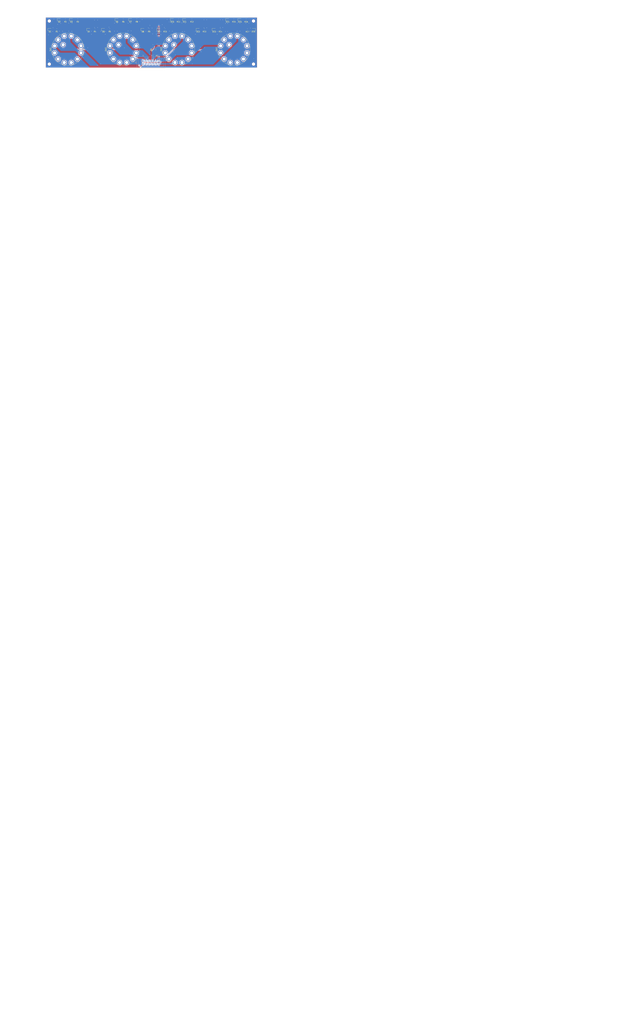
<source format=kicad_pcb>
(kicad_pcb (version 20221018) (generator pcbnew)

  (general
    (thickness 1.6)
  )

  (paper "A4")
  (layers
    (0 "F.Cu" signal)
    (31 "B.Cu" signal)
    (34 "B.Paste" user)
    (35 "F.Paste" user)
    (36 "B.SilkS" user "B.Silkscreen")
    (37 "F.SilkS" user "F.Silkscreen")
    (38 "B.Mask" user)
    (39 "F.Mask" user)
    (44 "Edge.Cuts" user)
    (45 "Margin" user)
    (46 "B.CrtYd" user "B.Courtyard")
    (47 "F.CrtYd" user "F.Courtyard")
    (48 "B.Fab" user)
    (49 "F.Fab" user)
  )

  (setup
    (stackup
      (layer "F.SilkS" (type "Top Silk Screen") (color "White"))
      (layer "F.Paste" (type "Top Solder Paste"))
      (layer "F.Mask" (type "Top Solder Mask") (color "Black") (thickness 0.01))
      (layer "F.Cu" (type "copper") (thickness 0.035))
      (layer "dielectric 1" (type "core") (thickness 1.51) (material "FR4") (epsilon_r 4.5) (loss_tangent 0.02))
      (layer "B.Cu" (type "copper") (thickness 0.035))
      (layer "B.Mask" (type "Bottom Solder Mask") (color "Black") (thickness 0.01))
      (layer "B.Paste" (type "Bottom Solder Paste"))
      (layer "B.SilkS" (type "Bottom Silk Screen") (color "White"))
      (copper_finish "None")
      (dielectric_constraints yes)
    )
    (pad_to_mask_clearance 0)
    (aux_axis_origin 74 130)
    (grid_origin 74 130)
    (pcbplotparams
      (layerselection 0x00010fc_ffffffff)
      (plot_on_all_layers_selection 0x0000000_00000000)
      (disableapertmacros false)
      (usegerberextensions false)
      (usegerberattributes true)
      (usegerberadvancedattributes true)
      (creategerberjobfile true)
      (dashed_line_dash_ratio 12.000000)
      (dashed_line_gap_ratio 3.000000)
      (svgprecision 4)
      (plotframeref false)
      (viasonmask false)
      (mode 1)
      (useauxorigin false)
      (hpglpennumber 1)
      (hpglpenspeed 20)
      (hpglpendiameter 15.000000)
      (dxfpolygonmode true)
      (dxfimperialunits true)
      (dxfusepcbnewfont true)
      (psnegative false)
      (psa4output false)
      (plotreference true)
      (plotvalue true)
      (plotinvisibletext false)
      (sketchpadsonfab false)
      (subtractmaskfromsilk false)
      (outputformat 1)
      (mirror false)
      (drillshape 1)
      (scaleselection 1)
      (outputdirectory "")
    )
  )

  (net 0 "")
  (net 1 "/LED_PWR")
  (net 2 "Net-(D1-A)")
  (net 3 "Net-(D2-A)")
  (net 4 "Net-(D3-A)")
  (net 5 "Net-(D4-A)")
  (net 6 "Net-(D5-A)")
  (net 7 "Net-(D6-A)")
  (net 8 "+3V3")
  (net 9 "/ATT Capt")
  (net 10 "/AIR Capt")
  (net 11 "/ATT FO")
  (net 12 "/AIR FO")
  (net 13 "/EIS Capt")
  (net 14 "/PWM_1")
  (net 15 "/EIS FO")
  (net 16 "GND")
  (net 17 "/ECAM Capt")
  (net 18 "VBUS")
  (net 19 "/ECAM FO")
  (net 20 "unconnected-(SW1-Pad2)")
  (net 21 "unconnected-(SW1-Pad3)")
  (net 22 "unconnected-(SW1-Pad5)")
  (net 23 "unconnected-(SW1-Pad6)")
  (net 24 "unconnected-(SW1-Pad7)")
  (net 25 "unconnected-(SW1-Pad8)")
  (net 26 "unconnected-(SW1-Pad9)")
  (net 27 "unconnected-(SW1-Pad10)")
  (net 28 "unconnected-(SW1-Pad11)")
  (net 29 "unconnected-(SW1-Pad12)")
  (net 30 "unconnected-(SW2-Pad2)")
  (net 31 "unconnected-(SW2-Pad3)")
  (net 32 "unconnected-(SW2-Pad5)")
  (net 33 "unconnected-(SW2-Pad6)")
  (net 34 "unconnected-(SW2-Pad7)")
  (net 35 "unconnected-(SW2-Pad8)")
  (net 36 "unconnected-(SW2-Pad9)")
  (net 37 "unconnected-(SW2-Pad10)")
  (net 38 "unconnected-(SW2-Pad11)")
  (net 39 "unconnected-(SW2-Pad12)")
  (net 40 "unconnected-(SW3-Pad2)")
  (net 41 "unconnected-(SW3-Pad3)")
  (net 42 "unconnected-(SW3-Pad5)")
  (net 43 "unconnected-(SW3-Pad6)")
  (net 44 "unconnected-(SW3-Pad7)")
  (net 45 "unconnected-(SW3-Pad8)")
  (net 46 "unconnected-(SW3-Pad9)")
  (net 47 "unconnected-(SW3-Pad10)")
  (net 48 "unconnected-(SW3-Pad11)")
  (net 49 "unconnected-(SW3-Pad12)")
  (net 50 "unconnected-(SW4-Pad2)")
  (net 51 "unconnected-(SW4-Pad3)")
  (net 52 "unconnected-(SW4-Pad5)")
  (net 53 "unconnected-(SW4-Pad6)")
  (net 54 "unconnected-(SW4-Pad7)")
  (net 55 "unconnected-(SW4-Pad8)")
  (net 56 "unconnected-(SW4-Pad9)")
  (net 57 "unconnected-(SW4-Pad10)")
  (net 58 "unconnected-(SW4-Pad11)")
  (net 59 "unconnected-(SW4-Pad12)")
  (net 60 "Net-(D7-A)")
  (net 61 "Net-(D8-A)")
  (net 62 "Net-(D9-A)")
  (net 63 "Net-(D10-A)")
  (net 64 "Net-(D11-A)")
  (net 65 "Net-(D12-A)")
  (net 66 "Net-(D13-A)")
  (net 67 "Net-(D14-A)")
  (net 68 "Net-(D15-A)")
  (net 69 "Net-(D16-A)")

  (footprint "MountingHole:MountingHole_2.2mm_M2" (layer "F.Cu") (at 243 127))

  (footprint "LED_SMD:LED_0805_2012Metric" (layer "F.Cu") (at 187.0625 91))

  (footprint "LED_SMD:LED_0805_2012Metric" (layer "F.Cu") (at 121 99))

  (footprint "Resistor_SMD:R_0805_2012Metric" (layer "F.Cu") (at 100.0875 91 180))

  (footprint "LED_SMD:LED_0805_2012Metric" (layer "F.Cu") (at 94.9375 91))

  (footprint "NiasStuff:C&K_Rotary_Switches" (layer "F.Cu") (at 227 115 90))

  (footprint "MountingHole:MountingHole_2.2mm_M2" (layer "F.Cu") (at 77 127))

  (footprint "Resistor_SMD:R_0805_2012Metric" (layer "F.Cu") (at 227.025 91 180))

  (footprint "LED_SMD:LED_0805_2012Metric" (layer "F.Cu") (at 109.0625 99))

  (footprint "LED_SMD:LED_0805_2012Metric" (layer "F.Cu") (at 85.0625 91))

  (footprint "NiasStuff:C&K_Rotary_Switches" (layer "F.Cu") (at 182 115 90))

  (footprint "Resistor_SMD:R_0805_2012Metric" (layer "F.Cu") (at 238.0875 99))

  (footprint "Resistor_SMD:R_0805_2012Metric" (layer "F.Cu") (at 90.0875 91 180))

  (footprint "Resistor_SMD:R_0805_2012Metric" (layer "F.Cu") (at 158.0875 99 180))

  (footprint "Resistor_SMD:R_0805_2012Metric" (layer "F.Cu") (at 182.025 91 180))

  (footprint "LED_SMD:LED_0805_2012Metric" (layer "F.Cu") (at 132 91))

  (footprint "LED_SMD:LED_0805_2012Metric" (layer "F.Cu") (at 143.0625 91))

  (footprint "Resistor_SMD:R_0805_2012Metric" (layer "F.Cu") (at 192.9125 91 180))

  (footprint "LED_SMD:LED_0805_2012Metric" (layer "F.Cu") (at 198 99))

  (footprint "NiasStuff:C&K_Rotary_Switches" (layer "F.Cu") (at 92 115 90))

  (footprint "Resistor_SMD:R_0805_2012Metric" (layer "F.Cu") (at 237.025 91 180))

  (footprint "Resistor_SMD:R_0805_2012Metric" (layer "F.Cu") (at 83.0875 99 180))

  (footprint "Resistor_SMD:R_0805_2012Metric" (layer "F.Cu") (at 148.0875 91 180))

  (footprint "LED_SMD:LED_0805_2012Metric" (layer "F.Cu") (at 77.5025 99))

  (footprint "LED_SMD:LED_0805_2012Metric" (layer "F.Cu") (at 242.9375 99 180))

  (footprint "LED_SMD:LED_0805_2012Metric" (layer "F.Cu") (at 222 91))

  (footprint "Resistor_SMD:R_0805_2012Metric" (layer "F.Cu") (at 203.0875 99 180))

  (footprint "NiasStuff:C&K_Rotary_Switches" (layer "F.Cu") (at 137 115 90))

  (footprint "Resistor_SMD:R_0805_2012Metric" (layer "F.Cu") (at 171.0875 99 180))

  (footprint "Resistor_SMD:R_0805_2012Metric" (layer "F.Cu") (at 126.0875 99 180))

  (footprint "LED_SMD:LED_0805_2012Metric" (layer "F.Cu") (at 231.9375 91))

  (footprint "Resistor_SMD:R_0805_2012Metric" (layer "F.Cu") (at 216.0875 99 180))

  (footprint "Package_TO_SOT_SMD:SOT-23-3" (layer "F.Cu") (at 162.05 115.1375 90))

  (footprint "Resistor_SMD:R_0603_1608Metric" (layer "F.Cu") (at 161.925 120))

  (footprint "Resistor_SMD:R_0805_2012Metric" (layer "F.Cu") (at 114.0875 99 180))

  (footprint "MountingHole:MountingHole_2.2mm_M2" (layer "F.Cu") (at 243 92))

  (footprint "LED_SMD:LED_0805_2012Metric" (layer "F.Cu") (at 153.0625 99))

  (footprint "LED_SMD:LED_0805_2012Metric" (layer "F.Cu") (at 211 99))

  (footprint "LED_SMD:LED_0805_2012Metric" (layer "F.Cu") (at 166.0625 99))

  (footprint "MountingHole:MountingHole_2.2mm_M2" (layer "F.Cu") (at 77 92))

  (footprint "Resistor_SMD:R_0805_2012Metric" (layer "F.Cu") (at 137.0875 91 180))

  (footprint "LED_SMD:LED_0805_2012Metric" (layer "F.Cu") (at 177 91))

  (footprint "Connector_IDC:IDC-Header_2x06_P2.54mm_Vertical" (layer "B.Cu") (at 153.3 124.46 -90))

  (gr_line (start 246 89) (end 74 89)
    (stroke (width 0.1) (type default)) (layer "Edge.Cuts") (tstamp 4180de9c-72a9-4372-a0e6-21885a70859e))
  (gr_line (start 246 130) (end 246 89)
    (stroke (width 0.1) (type default)) (layer "Edge.Cuts") (tstamp 5c6d5c02-aabe-4484-bced-6faf57b1ac89))
  (gr_line (start 74 89) (end 74 130)
    (stroke (width 0.1) (type default)) (layer "Edge.Cuts") (tstamp 658482ab-e47e-41e2-b0a4-029602479ac5))
  (gr_line (start 74 130) (end 246 130)
    (stroke (width 0.1) (type default)) (layer "Edge.Cuts") (tstamp 6c260de4-b235-4139-8cd3-6a8379b8777c))
  (gr_line locked (start 526.028976 391.206486) (end 525.706738 391.079431)
    (stroke (width 0.613409) (type solid)) (layer "F.Fab") (tstamp 000605f7-d09d-42b3-95e3-428df9b2ad4d))
  (gr_line locked (start 438.650647 95.161961) (end 438.511297 95.765806)
    (stroke (width 0.613699) (type solid)) (layer "F.Fab") (tstamp 00088ac3-1bfc-4e33-9fbe-9190a1121e5c))
  (gr_line locked (start 100.653418 334.425418) (end 100.867558 334.007315)
    (stroke (width 0.612998) (type solid)) (layer "F.Fab") (tstamp 00233eff-4241-4a3d-9eac-6fecd5ac70bb))
  (gr_line locked (start 506.805593 140.935512) (end 507.265738 140.804845)
    (stroke (width 0.612998) (type solid)) (layer "F.Fab") (tstamp 002f8e6a-c999-4f52-b21b-819c1e2fd99f))
  (gr_line locked (start 396.926741 761.091366) (end 396.934656 761.40442)
    (stroke (width 0.613409) (type solid)) (layer "F.Fab") (tstamp 003472a7-e9c7-440a-94a8-7f1ea67acbd4))
  (gr_line locked (start 422.657014 137.591086) (end 423.290796 137.542888)
    (stroke (width 0.613699) (type solid)) (layer "F.Fab") (tstamp 00432e7e-9581-4d98-9c81-a83c06a5d2b0))
  (gr_line locked (start 431.282095 81.146329) (end 431.834897 81.396275)
    (stroke (width 0.613699) (type solid)) (layer "F.Fab") (tstamp 00442c20-4dde-4a70-9046-78cce46acc9e))
  (gr_line locked (start 458.089899 99.118476) (end 457.789398 98.595805)
    (stroke (width 0.613699) (type solid)) (layer "F.Fab") (tstamp 009093a4-af50-484f-ab2c-4fa4d150c025))
  (gr_line locked (start 78.961944 354.031835) (end 78.883339 354.045798)
    (stroke (width 0.612998) (type solid)) (layer "F.Fab") (tstamp 009e31d4-8050-4ed2-aacd-f3b39fc1c9b5))
  (gr_line locked (start 351.716947 110.089467) (end 352.561506 109.982148)
    (stroke (width 0.834897) (type solid)) (layer "F.Fab") (tstamp 00adaae8-4c74-4ea2-ac51-03182dad2382))
  (gr_line locked (start 49.983855 324.98834) (end 49.997818 324.909734)
    (stroke (width 0.612998) (type solid)) (layer "F.Fab") (tstamp 00bad4a4-4bc5-4447-932b-01c58737d9e4))
  (gr_line locked (start 222.038847 380.732167) (end 222.42493 380.95416)
    (stroke (width 0.715585) (type solid)) (layer "F.Fab") (tstamp 00dd887a-f2c0-49a3-aa2c-d3a926404083))
  (gr_line locked (start 501.492966 337.386727) (end 502.333242 337.536785)
    (stroke (width 0.994409) (type solid)) (layer "F.Fab") (tstamp 00e00f95-5669-4960-b898-211c88ad836b))
  (gr_line locked (start 480.989215 90.131207) (end 481.098967 90.745834)
    (stroke (width 0.613699) (type solid)) (layer "F.Fab") (tstamp 00e7208f-1dca-4a9c-a7bc-f8c45eade495))
  (gr_line locked (start 176.379032 301.221363) (end 176.649379 300.84119)
    (stroke (width 0.612998) (type solid)) (layer "F.Fab") (tstamp 0126fdec-4ed0-405f-96a8-bf8dcc22c5dd))
  (gr_line locked (start 51.558684 323.638466) (end 78.640093 323.638466)
    (stroke (width 0.612998) (type solid)) (layer "F.Fab") (tstamp 01272250-71b3-40c6-9372-33211803dab7))
  (gr_line locked (start 340.686157 92.134164) (end 340.761151 92.72433)
    (stroke (width 0.745489) (type solid)) (layer "F.Fab") (tstamp 0140af6f-2293-44e0-92cc-5cfdb612a714))
  (gr_line locked (start 239.262218 373.502929) (end 239.930487 374.545326)
    (stroke (width 0.914526) (type solid)) (layer "F.Fab") (tstamp 015195bd-713e-4438-8b57-1120f892e0d7))
  (gr_line locked (start 131.631354 289.493767) (end 136.350136 289.493767)
    (stroke (width 0.923289) (type solid)) (layer "F.Fab") (tstamp 01a210cb-45f4-4609-9580-bad11f4e6167))
  (gr_line locked (start 220.385896 380.033917) (end 220.814268 380.178863)
    (stroke (width 0.715585) (type solid)) (layer "F.Fab") (tstamp 01bbde9e-f889-43d6-a1a2-473147205433))
  (gr_line locked (start 396.334766 758.766998) (end 396.456592 759.036471)
    (stroke (width 0.613409) (type solid)) (layer "F.Fab") (tstamp 01bf2cc4-fa0e-488e-901f-f945cecfa919))
  (gr_line locked (start 173.653527 433.405088) (end 174.05361 432.229977)
    (stroke (width 2.371089) (type solid)) (layer "F.Fab") (tstamp 01d930e9-cc17-4b7f-988d-ae3777f28eaf))
  (gr_line locked (start 385.502037 764.304147) (end 385.367692 764.041842)
    (stroke (width 0.613409) (type solid)) (layer "F.Fab") (tstamp 01e3bf14-6a63-402b-afde-e5165db485e4))
  (gr_line locked (start 78.883339 323.656757) (end 78.961944 323.670721)
    (stroke (width 0.612998) (type solid)) (layer "F.Fab") (tstamp 01e618f4-1151-47ec-a8ac-6c0e9197a39b))
  (gr_line locked (start 469.897676 159.457013) (end 469.437531 159.587679)
    (stroke (width 0.612998) (type solid)) (layer "F.Fab") (tstamp 01e7e644-8d27-47ab-a8ba-c0019926ff08))
  (gr_line locked (start 405.428136 469.796118) (end 405.539696 469.46641)
    (stroke (width 0.613409) (type solid)) (layer "F.Fab") (tstamp 01eff2ad-4258-4867-9c2f-0a3e6118c425))
  (gr_line locked (start 70.853738 184.555666) (end 71.360083 184.23102)
    (stroke (width 0.613699) (type solid)) (layer "F.Fab") (tstamp 02030059-60ad-4a75-9f32-2eebedba0f35))
  (gr_line locked (start 319.929823 101.43117) (end 319.579739 100.985686)
    (stroke (width 0.745489) (type solid)) (layer "F.Fab") (tstamp 0211cbd5-247f-4c0e-83ea-9fe83e47ade6))
  (gr_line locked (start 519.335724 151.187708) (end 519.274059 151.672986)
    (stroke (width 0.612998) (type solid)) (layer "F.Fab") (tstamp 0218070a-d244-4c66-a1ed-314a4b228885))
  (gr_line locked (start 180.645293 315.577555) (end 180.215766 315.38337)
    (stroke (width 0.612998) (type solid)) (layer "F.Fab") (tstamp 021e880c-609f-4d33-982b-d74f4282ebd7))
  (gr_line locked (start 80.003205 353.298271) (end 79.961851 353.362896)
    (stroke (width 0.612998) (type solid)) (layer "F.Fab") (tstamp 02324b54-f36f-4648-b688-1f8dffba6878))
  (gr_line locked (start 147.734556 102.79906) (end 148.346886 103.329475)
    (stroke (width 0.834897) (type solid)) (layer "F.Fab") (tstamp 023c1398-635b-4413-be60-b82a0ea09d68))
  (gr_line locked (start 368.971872 88.817509) (end 369.23228 88.30904)
    (stroke (width 0.745489) (type solid)) (layer "F.Fab") (tstamp 024f2a1c-8005-4f30-a77f-cd3daa17253a))
  (gr_line locked (start 160.434596 354.341282) (end 245.945501 354.341282)
    (stroke (width 0.834897) (type solid)) (layer "F.Fab") (tstamp 025869bd-e316-4f1f-9cfb-4e0550108fc7))
  (gr_line locked (start 387.951502 756.055227) (end 388.213807 755.920883)
    (stroke (width 0.613409) (type solid)) (layer "F.Fab") (tstamp 0261f3ab-ba4f-4b59-b279-137ddfdd3683))
  (gr_line locked (start 167.420177 851.397609) (end 161.951558 851.397609)
    (stroke (width 0.971549) (type solid)) (layer "F.Fab") (tstamp 02760c2e-5f23-40bd-b58d-ae7b91105ba7))
  (gr_line locked (start 70.36445 184.903644) (end 70.853738 184.555666)
    (stroke (width 0.613699) (type solid)) (layer "F.Fab") (tstamp 02773476-912d-4710-9a72-d66b22c98600))
  (gr_line locked (start 524.608414 197.335439) (end 521.514339 205.836354)
    (stroke (width 0.844549) (type solid)) (layer "F.Fab") (tstamp 02e7ca73-03bb-4664-abbc-e3db0c34eff3))
  (gr_line locked (start 512.112445 140.804845) (end 512.572591 140.935512)
    (stroke (width 0.612998) (type solid)) (layer "F.Fab") (tstamp 0300f639-982c-4c00-93bc-b7b7fa78b6bb))
  (gr_line locked (start 396.661159 759.595391) (end 396.743135 759.884073)
    (stroke (width 0.613409) (type solid)) (layer "F.Fab") (tstamp 0312e0da-7972-4f68-9b94-be8597fcb7c5))
  (gr_line locked (start 211.445384 382.014475) (end 211.779907 381.724704)
    (stroke (width 0.715585) (type solid)) (layer "F.Fab") (tstamp 032f56d8-7179-4175-9fd8-f032d917e48b))
  (gr_line locked (start 462.392159 158.722618) (end 461.98609 158.489134)
    (stroke (width 0.612998) (type solid)) (layer "F.Fab") (tstamp 03360393-7d40-4aba-a2bd-879aae9175fd))
  (gr_line locked (start 386.193981 103.70857) (end 385.715547 104.015304)
    (stroke (width 0.745489) (type solid)) (layer "F.Fab") (tstamp 0344a92d-da80-4a51-9ad5-d46c42075c37))
  (gr_line locked (start 388.759539 767.118707) (end 388.48328 767.009783)
    (stroke (width 0.613409) (type solid)) (layer "F.Fab") (tstamp 035a975d-c58f-4e5d-87c2-ef76c4500222))
  (gr_line locked (start 476.698255 149.697289) (end 476.710872 150.196281)
    (stroke (width 0.612998) (type solid)) (layer "F.Fab") (tstamp 0395b2e5-2b13-423b-9c89-527c0f641d56))
  (gr_line locked (start 172.744921 444.307382) (end 172.607627 443.0936)
    (stroke (width 2.371089) (type solid)) (layer "F.Fab") (tstamp 039b708f-32ac-4945-a571-c10abf34fb60))
  (gr_line locked (start 180.215766 297.902381) (end 180.645293 297.708196)
    (stroke (width 0.612998) (type solid)) (layer "F.Fab") (tstamp 03ba8d66-2eea-4a9b-a472-e3ea974e7d1d))
  (gr_line locked (start 370.501753 86.428921) (end 370.872377 86.001035)
    (stroke (width 0.745489) (type solid)) (layer "F.Fab") (tstamp 03c6de7f-787a-4c6c-bc90-7bdb8d7e8dbe))
  (gr_line locked (start 50.937419 323.763278) (end 51.009824 323.73483)
    (stroke (width 0.612998) (type solid)) (layer "F.Fab") (tstamp 03c710eb-db43-4eeb-ae07-8699dcecec02))
  (gr_line locked (start 149.854544 860.733783) (end 149.854544 879.623638)
    (stroke (width 0.971549) (type solid)) (layer "F.Fab") (tstamp 03d2bb4e-27aa-4e6a-abe0-b29dd369c004))
  (gr_line locked (start 182.942972 316.227843) (end 182.465462 316.142568)
    (stroke (width 0.612998) (type solid)) (layer "F.Fab") (tstamp 03d32559-33ac-4b96-bb3b-e66db22cf745))
  (gr_line locked (start 51.083926 323.709856) (end 51.159628 323.688453)
    (stroke (width 0.612998) (type solid)) (layer "F.Fab") (tstamp 042a9e4e-0722-4c1f-a53d-576da9b51009))
  (gr_line locked (start 406.136416 468.226726) (end 406.320987 467.93882)
    (stroke (width 0.613409) (type solid)) (layer "F.Fab") (tstamp 042b75ed-a558-48d4-94b9-25bebd8e6e34))
  (gr_line locked (start 111.620599 775.822067) (end 117.08918 775.822067)
    (stroke (width 0.971549) (type solid)) (layer "F.Fab") (tstamp 044c73e5-0562-494d-975f-7d1a4eb8fe4d))
  (gr_line locked (start 502.832495 157.052861) (end 502.511424 156.716102)
    (stroke (width 0.612998) (type solid)) (layer "F.Fab") (tstamp 0461196f-4968-494c-8639-100754102832))
  (gr_line locked (start 115.56191 331.146894) (end 115.91375 331.451666)
    (stroke (width 0.612998) (type solid)) (layer "F.Fab") (tstamp 0470f885-0d38-420d-9d54-bb466c1305b8))
  (gr_line locked (start 179.797664 298.11652) (end 180.215766 297.902381)
    (stroke (width 0.612998) (type solid)) (layer "F.Fab") (tstamp 047498cc-7428-457e-957f-e228c2749e0f))
  (gr_line locked (start 104.771895 347.155689) (end 104.365826 346.922205)
    (stroke (width 0.612998) (type solid)) (layer "F.Fab") (tstamp 04afe5c2-00f2-469c-a60e-b9bb932aca8a))
  (gr_line locked (start 76.555323 182.488539) (end 77.189099 182.440341)
    (stroke (width 0.613699) (type solid)) (layer "F.Fab") (tstamp 04c12bbd-bee6-47ff-8984-e3931c0eb951))
  (gr_line locked (start 88.804832 200.854441) (end 88.504331 201.377111)
    (stroke (width 0.613699) (type solid)) (layer "F.Fab") (tstamp 04d988a9-a611-4a97-a93d-d0399c9d1d9d))
  (gr_line locked (start 87.461284 186.966058) (end 87.831773 187.437554)
    (stroke (width 0.613699) (type solid)) (layer "F.Fab") (tstamp 04e84a0c-3d5a-4d6b-891e-626e8572f4ae))
  (gr_poly locked
    (pts
      (xy 73.179883 859.944839)
      (xy 73.179883 857.838146)
      (xy 76.99686 854.042176)
      (xy 79.115374 854.041478)
    )

    (stroke (width 0) (type solid)) (fill solid) (layer "F.Fab") (tstamp 050bfc30-a9c6-441c-9438-b37ee68fae0a))
  (gr_line locked (start 79.767621 353.598498) (end 79.712352 353.65118)
    (stroke (width 0.612998) (type solid)) (layer "F.Fab") (tstamp 051afe90-04dc-4cb5-9263-8241581b0986))
  (gr_line locked (start 533.494228 462.090991) (end 533.539389 462.04888)
    (stroke (width 0.904573) (type solid)) (layer "F.Fab") (tstamp 05213936-3453-44c5-b8a4-bb4a6c27338a))
  (gr_line locked (start 68.593544 168.717919) (end 68.201298 168.265045)
    (stroke (width 0.613699) (type solid)) (layer "F.Fab") (tstamp 05342953-60f6-41c2-a9ac-2a4e04cb24f2))
  (gr_line locked (start 407.959431 466.219994) (end 408.237637 466.022156)
    (stroke (width 0.613409) (type solid)) (layer "F.Fab") (tstamp 053ea2d9-1140-40e3-8963-f826dfe6a954))
  (gr_line locked (start 506.355045 159.304564) (end 505.914703 159.130942)
    (stroke (width 0.612998) (type solid)) (layer "F.Fab") (tstamp 055fa924-e301-4c44-96c9-8c930c198e8b))
  (gr_line locked (start 482.598237 349.179314) (end 482.866503 348.386483)
    (stroke (width 0.994409) (type solid)) (layer "F.Fab") (tstamp 05747927-4bd6-41c7-a367-9d42636524e0))
  (gr_line locked (start 72.420804 149.075621) (end 72.973612 148.825677)
    (stroke (width 0.613699) (type solid)) (layer "F.Fab") (tstamp 05c9f95f-3b35-441b-bd6d-1e955e4c1190))
  (gr_line locked (start 436.054375 84.707461) (end 436.424861 85.178958)
    (stroke (width 0.613699) (type solid)) (layer "F.Fab") (tstamp 05cb67b4-e2e1-4d12-92df-ca55125977a2))
  (gr_line locked (start 79.107285 182.48854) (end 79.731845 182.567913)
    (stroke (width 0.613699) (type solid)) (layer "F.Fab") (tstamp 05d0bc81-942e-45ca-b730-a7ce3ea8c340))
  (gr_line locked (start 240.549115 375.621222) (end 241.116487 376.729001)
    (stroke (width 0.914526) (type solid)) (layer "F.Fab") (tstamp 05dbfa15-7cb4-4ec7-a4b0-2258bed485b7))
  (gr_line locked (start 87.069033 186.513189) (end 87.461284 186.966058)
    (stroke (width 0.613699) (type solid)) (layer "F.Fab") (tstamp 05f9077e-c1c0-4eff-b543-d3927c13fcaa))
  (gr_line locked (start 557.442847 461.808328) (end 557.499571 461.821611)
    (stroke (width 0.904573) (type solid)) (layer "F.Fab") (tstamp 0601bb4c-28d8-4b1f-b508-3dbbf30f1d84))
  (gr_line locked (start 50.195571 324.404285) (end 50.236925 324.339659)
    (stroke (width 0.612998) (type solid)) (layer "F.Fab") (tstamp 06100aa7-63b9-4c70-9630-eda8d3fd70e7))
  (gr_line locked (start 516.86676 143.676428) (end 517.171532 144.028269)
    (stroke (width 0.612998) (type solid)) (layer "F.Fab") (tstamp 062bd4f0-c798-42d7-97e6-d81ce6378f3e))
  (gr_line locked (start 175.158932 303.759377) (end 175.311381 303.308828)
    (stroke (width 0.612998) (type solid)) (layer "F.Fab") (tstamp 062cf003-8e5f-42b5-984f-730b1687b14b))
  (gr_line locked (start 378.395322 82.198431) (end 378.994171 82.152892)
    (stroke (width 0.745489) (type solid)) (layer "F.Fab") (tstamp 06505807-513c-453f-826a-8dd3e0b1bc36))
  (gr_line locked (start 476.229808 82.645055) (end 476.701252 83.015578)
    (stroke (width 0.613699) (type solid)) (layer "F.Fab") (tstamp 065e97bc-9756-4124-8a4d-b671a4e83fbd))
  (gr_line locked (start 438.511297 95.765806) (end 438.343128 96.358083)
    (stroke (width 0.613699) (type solid)) (layer "F.Fab") (tstamp 065f6507-55d8-4ffb-99d3-c7c29787afdc))
  (gr_poly locked
    (pts
      (xy 355.166741 773.176724)
      (xy 355.862357 773.848776)
      (xy 355.862357 778.171923)
      (xy 353.447776 778.171923)
      (xy 353.447853 773.848776)
      (xy 354.14347 773.176724)
      (xy 354.14347 769.816542)
      (xy 355.166741 769.816542)
    )

    (stroke (width 0) (type solid)) (fill solid) (layer "F.Fab") (tstamp 0669aa2b-1ca7-464f-8506-d9cbec2a41d7))
  (gr_line locked (start 428.939525 80.419071) (end 429.543303 80.558439)
    (stroke (width 0.613699) (type solid)) (layer "F.Fab") (tstamp 0676f874-8d33-420d-8b4b-5ad083058585))
  (gr_line locked (start 482.368302 349.989033) (end 482.598237 349.179314)
    (stroke (width 0.994409) (type solid)) (layer "F.Fab") (tstamp 0682be8b-ede1-4343-a150-44fdaa95339d))
  (gr_line locked (start 417.186608 84.254586) (end 417.599829 83.821127)
    (stroke (width 0.613699) (type solid)) (layer "F.Fab") (tstamp 068c72fd-a128-4bf3-b48a-6d98a9a41890))
  (gr_line locked (start 465.644071 80.558435) (end 466.247855 80.419069)
    (stroke (width 0.613699) (type solid)) (layer "F.Fab") (tstamp 06a60b20-42d7-49c9-908b-5c8ddc96c568))
  (gr_line locked (start 533.294572 481.431972) (end 533.260377 481.374913)
    (stroke (width 0.904573) (type solid)) (layer "F.Fab") (tstamp 06c30212-0f1e-4ba8-b3f5-7d3481658b9c))
  (gr_line locked (start 412.205042 479.002122) (end 411.839886 478.992889)
    (stroke (width 0.613409) (type solid)) (layer "F.Fab") (tstamp 06e1b00a-e6d6-4ef6-9f12-d2b2652e7c44))
  (gr_line locked (start 514.616778 360.895227) (end 514.275069 361.651067)
    (stroke (width 0.994409) (type solid)) (layer "F.Fab") (tstamp 070e113d-6ed8-40bd-80a2-734a650930be))
  (gr_line locked (start 176.126812 311.670962) (end 175.893327 311.264894)
    (stroke (width 0.612998) (type solid)) (layer "F.Fab") (tstamp 0736868e-e17a-4d88-8b9a-c70bd613369a))
  (gr_line locked (start 85.298124 150.324395) (end 85.76957 150.694917)
    (stroke (width 0.613699) (type solid)) (layer "F.Fab") (tstamp 073ae6d6-8384-48a7-9c47-c0e1e2c0766a))
  (gr_line locked (start 209.537622 384.44434) (end 209.759615 384.058257)
    (stroke (width 0.715585) (type solid)) (layer "F.Fab") (tstamp 07540ab9-d94e-4735-bf31-824434b07578))
  (gr_line locked (start 154.708899 685.237984) (end 154.708899 693.292376)
    (stroke (width 0.717548) (type solid)) (layer "F.Fab") (tstamp 0754a9b8-1a68-4bbf-814b-453a2b33b736))
  (gr_line locked (start 336.530623 103.02971) (end 336.085137 103.379792)
    (stroke (width 0.745489) (type solid)) (layer "F.Fab") (tstamp 0756f6dc-09b4-45a2-b42e-be024c2caec1))
  (gr_line locked (start 50.122198 324.539714) (end 50.157296 324.471002)
    (stroke (width 0.612998) (type solid)) (layer "F.Fab") (tstamp 07593c65-c9d4-4dc2-bd1b-79dbc9433a74))
  (gr_line locked (start 389.379042 87.336747) (end 389.685759 87.815205)
    (stroke (width 0.745489) (type solid)) (layer "F.Fab") (tstamp 0760bdec-5042-434e-97ad-e09e5535a185))
  (gr_line locked (start 456.844207 96.358069) (end 456.676034 95.765794)
    (stroke (width 0.613699) (type solid)) (layer "F.Fab") (tstamp 07990805-1dec-4e93-bb89-bb5beabfc4a5))
  (gr_line locked (start 189.447769 314.935746) (end 189.041701 315.169231)
    (stroke (width 0.612998) (type solid)) (layer "F.Fab") (tstamp 07a70382-fbb2-4278-8b58-a85916575dff))
  (gr_line locked (start 438.904188 92.646577) (end 438.887949 93.288855)
    (stroke (width 0.613699) (type solid)) (layer "F.Fab") (tstamp 07ba21fd-5633-461d-a5ef-073f8f3c6be7))
  (gr_line locked (start 518.215447 154.818287) (end 517.981963 155.224354)
    (stroke (width 0.612998) (type solid)) (layer "F.Fab") (tstamp 07da63e9-248f-4d21-8be5-277734e70bcb))
  (gr_line locked (start 227.053708 96.402278) (end 227.053747 98.945456)
    (stroke (width 1.977389) (type solid)) (layer "F.Fab") (tstamp 0801d8f0-8c2a-44f2-bf9f-249b75223ecd))
  (gr_line locked (start 492.25261 369.975801) (end 491.496771 369.634093)
    (stroke (width 0.994409) (type solid)) (layer "F.Fab") (tstamp 080acedd-a53e-4e50-9a9a-f53c56c5f81d))
  (gr_line locked (start 474.173476 81.396275) (end 474.711574 81.671905)
    (stroke (width 0.613699) (type solid)) (layer "F.Fab") (tstamp 081265e0-318a-4a48-9b7a-f8f37883d7bb))
  (gr_line locked (start 220.584981 362.308293) (end 221.870753 362.471676)
    (stroke (width 0.914526) (type solid)) (layer "F.Fab") (tstamp 0842b355-58ce-405c-981c-fd579aa22f7a))
  (gr_line locked (start 65.605031 192.389816) (end 65.744384 191.785971)
    (stroke (width 0.613699) (type solid)) (layer "F.Fab") (tstamp 086a820f-f74f-4460-b7d8-07842a62bd57))
  (gr_line locked (start 85.740463 100.271635) (end 86.506817 99.969471)
    (stroke (width 0.834897) (type solid)) (layer "F.Fab") (tstamp 087ce349-3630-46df-a771-697db330fee5))
  (gr_line locked (start 390.2301 99.042582) (end 389.969692 99.551051)
    (stroke (width 0.745489) (type solid)) (layer "F.Fab") (tstamp 08804084-534f-46a9-97e7-738a0760399f))
  (gr_line locked (start 413.960788 93.288852) (end 413.944548 92.646577)
    (stroke (width 0.613699) (type solid)) (layer "F.Fab") (tstamp 08a47f18-b755-4086-9c9d-fcd91754fa4b))
  (gr_line locked (start 111.817267 329.237917) (end 112.277412 329.368584)
    (stroke (width 0.612998) (type solid)) (layer "F.Fab") (tstamp 08c2ac5f-ef7a-4805-a5ab-aa4957d504d4))
  (gr_line locked (start 437.097416 86.174693) (end 437.397917 86.697363)
    (stroke (width 0.613699) (type solid)) (layer "F.Fab") (tstamp 08e07763-4b51-4de2-858d-3a1c004c2eeb))
  (gr_line locked (start 338.80804 87.336747) (end 339.114777 87.815205)
    (stroke (width 0.745489) (type solid)) (layer "F.Fab") (tstamp 08f8c87a-c53a-49aa-8242-601536bba3cd))
  (gr_line locked (start 243.128015 382.689663) (end 243.353954 383.954849)
    (stroke (width 0.914526) (type solid)) (layer "F.Fab") (tstamp 09335b0e-5aa7-47f2-94ae-2c868f282ad8))
  (gr_line locked (start 391.777678 755.391087) (end 392.077255 755.444586)
    (stroke (width 0.613409) (type solid)) (layer "F.Fab") (tstamp 093e9eb4-a08c-4d27-b648-cb36b269c31a))
  (gr_line locked (start 142.358645 211.691811) (end 142.358645 218.86366)
    (stroke (width 0.794838) (type solid)) (layer "F.Fab") (tstamp 0945f6c0-725a-476c-bbd4-2bedd8bbd298))
  (gr_line locked (start 557.555299 481.934078) (end 557.499571 481.950944)
    (stroke (width 0.904573) (type solid)) (layer "F.Fab") (tstamp 094d18cf-2b7f-4956-96bc-bfd9d9427e44))
  (gr_line locked (start 389.924781 767.417752) (end 389.625203 767.364254)
    (stroke (width 0.613409) (type solid)) (layer "F.Fab") (tstamp 0960804c-9948-418c-a48f-bbd2fa12e6e3))
  (gr_line locked (start 412.433895 154.865912) (end 412.210437 154.299128)
    (stroke (width 0.613699) (type solid)) (layer "F.Fab") (tstamp 09cddd9e-b7ce-4c5b-ab2d-14b48295987f))
  (gr_line locked (start 225.95462 384.841864) (end 226.139248 385.25025)
    (stroke (width 0.715585) (type solid)) (layer "F.Fab") (tstamp 09e0a9a0-bc4a-48c6-9a4f-45f1933e714a))
  (gr_line locked (start 216.240294 379.725658) (end 216.701689 379.667028)
    (stroke (width 0.715585) (type solid)) (layer "F.Fab") (tstamp 0a01e275-6290-432f-8bb3-85a5ceb625c7))
  (gr_line locked (start 111.348134 348.129026) (end 110.870623 348.214301)
    (stroke (width 0.612998) (type solid)) (layer "F.Fab") (tstamp 0a117b81-ecba-4139-92b0-b0f38c4cd763))
  (gr_line locked (start 369.82293 87.336747) (end 370.15169 86.874405)
    (stroke (width 0.745489) (type solid)) (layer "F.Fab") (tstamp 0a20cd79-d08e-41e1-998b-b86be4036eb8))
  (gr_line locked (start 502.206652 156.364262) (end 501.918788 155.997951)
    (stroke (width 0.612998) (type solid)) (layer "F.Fab") (tstamp 0a4bffb7-c8c5-4692-b79b-3b6687f53d24))
  (gr_line locked (start 524.223188 390.227349) (end 523.955126 390.016693)
    (stroke (width 0.613409) (type solid)) (layer "F.Fab") (tstamp 0a70c4b9-a986-4c85-95d4-befe16516019))
  (gr_line locked (start 348.484525 110.919035) (end 349.268637 110.65372)
    (stroke (width 0.834897) (type solid)) (layer "F.Fab") (tstamp 0a718200-2c9c-4217-aa85-e024a235a598))
  (gr_line locked (start 230.454794 99.288311) (end 231.271253 99.476749)
    (stroke (width 0.834897) (type solid)) (layer "F.Fab") (tstamp 0ada593b-9d19-40a8-a6f3-21c498cfc9f8))
  (gr_line locked (start 396.934656 761.40442) (end 396.926741 761.717473)
    (stroke (width 0.613409) (type solid)) (layer "F.Fab") (tstamp 0aded04a-9303-4a91-a556-0f118eb51a85))
  (gr_line locked (start 411.1244 464.892037) (end 411.479523 464.846911)
    (stroke (width 0.613409) (type solid)) (layer "F.Fab") (tstamp 0aecf4b4-ccc7-4c9d-a445-1fa96ec920b5))
  (gr_line locked (start 396.743135 759.884073) (end 396.811063 760.178394)
    (stroke (width 0.613409) (type solid)) (layer "F.Fab") (tstamp 0af165cc-3b03-4799-af41-378808fdf4af))
  (gr_line locked (start 317.952537 89.875388) (end 318.163687 89.339872)
    (stroke (width 0.745489) (type solid)) (layer "F.Fab") (tstamp 0b18e4d6-fe71-418b-84dd-0c2df6df642d))
  (gr_line locked (start 529.898879 391.492902) (end 529.549441 391.555306)
    (stroke (width 0.613409) (type solid)) (layer "F.Fab") (tstamp 0b2f227d-4727-48bf-8250-13984a2aef6f))
  (gr_line locked (start 532.285852 556.312907) (end 519.052551 559.870985)
    (stroke (width 1.225549) (type solid)) (layer "F.Fab") (tstamp 0b3ad07b-9f64-4cf3-aa90-4351a5e3da4d))
  (gr_poly locked
    (pts
      (xy 87.199066 652.914143)
      (xy 85.857675 647.906464)
      (xy 88.540457 647.906464)
    )

    (stroke (width 0) (type solid)) (fill solid) (layer "F.Fab") (tstamp 0b44d94e-c37b-4bbe-9cf7-bfdb1f85402b))
  (gr_line locked (start 437.923443 87.788385) (end 438.1469 88.35517)
    (stroke (width 0.613699) (type solid)) (layer "F.Fab") (tstamp 0b459a44-9210-42e7-8942-3180f9100976))
  (gr_line locked (start 382.547987 82.508807) (end 383.107561 82.667715)
    (stroke (width 0.745489) (type solid)) (layer "F.Fab") (tstamp 0b586882-a7a6-4ce5-bfa8-0d0e81156a33))
  (gr_line locked (start 173.197234 446.712389) (end 172.941486 445.514384)
    (stroke (width 2.371089) (type solid)) (layer "F.Fab") (tstamp 0b5ee9b5-c20a-4b15-b815-3f3a1ac299f6))
  (gr_line locked (start 111.620599 832.507832) (end 117.08918 832.507832)
    (stroke (width 0.971549) (type solid)) (layer "F.Fab") (tstamp 0b828298-9fb1-47ae-948d-fe323fbe9619))
  (gr_line locked (start 416.172447 466.022156) (end 416.450653 466.219994)
    (stroke (width 0.613409) (type solid)) (layer "F.Fab") (tstamp 0b8bd515-54f5-4387-b09c-323b19aba7e0))
  (gr_line locked (start 532.982471 390.016693) (end 532.714409 390.227349)
    (stroke (width 0.613409) (type solid)) (layer "F.Fab") (tstamp 0be245a5-15ea-41b2-9956-6e50ebefd5cc))
  (gr_line locked (start 484.301422 345.405476) (end 484.745255 344.713164)
    (stroke (width 0.994409) (type solid)) (layer "F.Fab") (tstamp 0bec996e-ac3a-4265-8258-ad8810cdbd3d))
  (gr_line locked (start 558.280272 481.191156) (end 558.222576 481.315693)
    (stroke (width 0.904573) (type solid)) (layer "F.Fab") (tstamp 0c18a6c2-7cc3-4070-967e-a38b9d28861b))
  (gr_line locked (start 456.283127 92.646577) (end 456.299366 92.0043)
    (stroke (width 0.613699) (type solid)) (layer "F.Fab") (tstamp 0c1b8771-1af5-4bae-917f-dd7267916dcb))
  (gr_line locked (start 416.718715 466.43065) (end 416.976187 466.65368)
    (stroke (width 0.613409) (type solid)) (layer "F.Fab") (tstamp 0c3e98e7-e17a-468c-90aa-af3ea90d8641))
  (gr_line locked (start 517.729742 144.774755) (end 517.981963 145.168181)
    (stroke (width 0.612998) (type solid)) (layer "F.Fab") (tstamp 0c632c1f-064b-4e83-9680-8fcf9f006bb6))
  (gr_line locked (start 51.083926 353.9927) (end 51.009824 353.967725)
    (stroke (width 0.612998) (type solid)) (layer "F.Fab") (tstamp 0c6c15ce-3d95-4a10-878c-9901d5e8e8b2))
  (gr_line locked (start 456.347561 93.922695) (end 456.299366 93.288852)
    (stroke (width 0.613699) (type solid)) (layer "F.Fab") (tstamp 0c6f83bf-e157-452d-a60d-8104e49d61cb))
  (gr_line locked (start 527.038718 377.589308) (end 527.388156 377.526905)
    (stroke (width 0.613409) (type solid)) (layer "F.Fab") (tstamp 0c7fb520-29a9-448c-bc39-07a9aabc46cd))
  (gr_line locked (start 436.772835 99.624885) (end 436.424889 100.114223)
    (stroke (width 0.613699) (type solid)) (layer "F.Fab") (tstamp 0c869621-ce3a-49c2-b282-fcb39e59638a))
  (gr_line locked (start 478.763439 85.178958) (end 479.111381 85.668297)
    (stroke (width 0.613699) (type solid)) (layer "F.Fab") (tstamp 0c90964f-f8be-4f34-b851-a6d9e1aa0f74))
  (gr_line locked (start 413.944548 92.646577) (end 413.960788 92.0043)
    (stroke (width 0.613699) (type solid)) (layer "F.Fab") (tstamp 0cb5b9c1-63bb-4bfa-8e1f-30c85c879304))
  (gr_line locked (start 238.545922 372.495645) (end 239.262218 373.502929)
    (stroke (width 0.914526) (type solid)) (layer "F.Fab") (tstamp 0ccff035-624e-42d2-bf5e-34ed54e077be))
  (gr_line locked (start 521.013749 471.886278) (end 517.007792 471.886278)
    (stroke (width 0.904573) (type solid)) (layer "F.Fab") (tstamp 0cd2b16c-cb77-4572-b2d8-270b0262deb2))
  (gr_line locked (start 161.951558 851.397609) (end 161.951558 870.44133)
    (stroke (width 0.971549) (type solid)) (layer "F.Fab") (tstamp 0cd73707-d26f-4f83-a332-a76bfbc7b321))
  (gr_line locked (start 79.820303 353.543229) (end 79.767621 353.598498)
    (stroke (width 0.612998) (type solid)) (layer "F.Fab") (tstamp 0cfe7b8e-1706-4711-8668-f75cf47abe07))
  (gr_line locked (start 74.179783 758.233916) (end 79.36594 758.233916)
    (stroke (width 2.495549) (type solid)) (layer "F.Fab") (tstamp 0d033163-a4ed-430c-904a-ad7e9b597466))
  (gr_line locked (start 189.841195 298.602225) (end 190.221368 298.872572)
    (stroke (width 0.612998) (type solid)) (layer "F.Fab") (tstamp 0d0a39c6-517c-4811-8727-378e7e4fbc23))
  (gr_poly locked
    (pts
      (xy 48.486119 890.130283)
      (xy 48.486119 892.237597)
      (xy 41.291868 885.043307)
      (xy 41.291868 882.935994)
    )

    (stroke (width 0) (type solid)) (fill solid) (layer "F.Fab") (tstamp 0d265b2d-e092-4565-a641-3ca9dc72bcdd))
  (gr_line locked (start 87.069033 203.29721) (end 86.655805 203.730669)
    (stroke (width 0.613699) (type solid)) (layer "F.Fab") (tstamp 0d26de28-3a09-403a-a992-0ed800ad9c21))
  (gr_line locked (start 104.365826 330.336463) (end 104.771895 330.102979)
    (stroke (width 0.612998) (type solid)) (layer "F.Fab") (tstamp 0d2cb25b-7549-4f09-b211-99eccc63f5b1))
  (gr_line locked (start 80.136848 353.01983) (end 80.1084 353.092234)
    (stroke (width 0.612998) (type solid)) (layer "F.Fab") (tstamp 0d3ddf58-f482-4f8f-bd51-a9dc2b12a9d3))
  (gr_line locked (start 533.944363 380.027417) (end 534.155018 380.29548)
    (stroke (width 0.613409) (type solid)) (layer "F.Fab") (tstamp 0d53979e-f407-4e82-a630-d70e7a88cdd7))
  (gr_line locked (start 90.246654 159.049791) (end 90.294847 159.683637)
    (stroke (width 0.613699) (type solid)) (layer "F.Fab") (tstamp 0d5f0a9c-c348-42e9-a5a5-ab5d18d1f105))
  (gr_line locked (start 420.814094 137.919585) (end 421.417879 137.780218)
    (stroke (width 0.613699) (type solid)) (layer "F.Fab") (tstamp 0d6862d3-d1bf-412d-9e2e-d5d45841fac3))
  (gr_line locked (start 392.660259 767.214349) (end 392.371576 767.296325)
    (stroke (width 0.613409) (type solid)) (layer "F.Fab") (tstamp 0d6ad7bf-48cf-474c-b0e0-7b3ef37fb1d8))
  (gr_line locked (start 249.037482 781.328785) (end 253.231257 778.907537)
    (stroke (width 0.613409) (type solid)) (layer "F.Fab") (tstamp 0d8cb191-cacd-478d-8b45-f3a016e7a488))
  (gr_line locked (start 431.399831 140.006205) (end 431.871275 140.376728)
    (stroke (width 0.613699) (type solid)) (layer "F.Fab") (tstamp 0da9bb7e-1d34-4f06-a0d0-d9f886926a15))
  (gr_line locked (start 493.820311 337.957251) (end 494.630029 337.727317)
    (stroke (width 0.994409) (type solid)) (layer "F.Fab") (tstamp 0dedcdab-c48c-4ef2-a194-efa15e4c9986))
  (gr_line locked (start 79.594453 353.748394) (end 79.532019 353.792728)
    (stroke (width 0.612998) (type solid)) (layer "F.Fab") (tstamp 0df41912-b298-4a54-80e9-0174e2ba7bc9))
  (gr_line locked (start 406.729478 476.419894) (end 406.518823 476.151834)
    (stroke (width 0.613409) (type solid)) (layer "F.Fab") (tstamp 0e0474b9-9a91-4d9e-9f0e-9963b9eb825d))
  (gr_line locked (start 167.420177 794.663165) (end 161.951558 794.663165)
    (stroke (width 0.971549) (type solid)) (layer "F.Fab") (tstamp 0e1a6c3c-6658-4d67-b04b-d6b3dcda8c1a))
  (gr_line locked (start 437.397951 98.595818) (end 437.09745 99.118489)
    (stroke (width 0.613699) (type solid)) (layer "F.Fab") (tstamp 0e216d4e-ef08-4c14-85e5-cbd1d30ccd62))
  (gr_line locked (start 438.1469 88.35517) (end 438.343108 88.935091)
    (stroke (width 0.613699) (type solid)) (layer "F.Fab") (tstamp 0e3d847a-21ef-4159-9b2b-105b52859408))
  (gr_line locked (start 66.10876 190.61377) (end 66.332215 190.046984)
    (stroke (width 0.613699) (type solid)) (layer "F.Fab") (tstamp 0e4658ce-e579-4aa7-9cd4-155ef0b86135))
  (gr_line locked (start 479.468999 526.723706) (end 488.153817 545.412797)
    (stroke (width 1.225549) (type solid)) (layer "F.Fab") (tstamp 0e528415-3ec3-4464-8bdb-405fb1d9d905))
  (gr_line locked (start 558.36751 480.920347) (end 558.328777 481.059121)
    (stroke (width 0.904573) (type solid)) (layer "F.Fab") (tstamp 0e76060c-5779-41eb-8b8e-1d8cf7cbbd68))
  (gr_line locked (start 494.630029 370.779521) (end 493.820311 370.549587)
    (stroke (width 0.994409) (type solid)) (layer "F.Fab") (tstamp 0e76abdf-5629-4ef7-8c72-0eef558c3829))
  (gr_line locked (start 414.505628 88.935078) (end 414.701836 88.355156)
    (stroke (width 0.613699) (type solid)) (layer "F.Fab") (tstamp 0e80bc4a-05ba-4e8c-bb3a-6ced1a48f3f1))
  (gr_line locked (start 472.474092 80.726627) (end 473.053951 80.922852)
    (stroke (width 0.613699) (type solid)) (layer "F.Fab") (tstamp 0eac8551-120e-4b01-a565-a5fc22666175))
  (gr_line locked (start 74.712416 182.817034) (end 75.316197 182.677669)
    (stroke (width 0.613699) (type solid)) (layer "F.Fab") (tstamp 0ebccf70-92dc-4eab-96e5-20eeffc6d867))
  (gr_line locked (start 394.941593 765.907487) (end 394.720858 766.098691)
    (stroke (width 0.613409) (type solid)) (layer "F.Fab") (tstamp 0ec3180c-ed21-4a3b-bde5-989bdc0d294c))
  (gr_line locked (start 412.01423 153.719208) (end 411.846057 153.126935)
    (stroke (width 0.613699) (type solid)) (layer "F.Fab") (tstamp 0ef2c14b-8173-4ac8-b384-8e19ef7e3fe7))
  (gr_line locked (start 464.590824 159.587679) (end 464.130679 159.457013)
    (stroke (width 0.612998) (type solid)) (layer "F.Fab") (tstamp 0f0f11fc-7710-4162-927c-a314250eec45))
  (gr_line locked (start 509.190102 140.512184) (end 509.689092 140.499567)
    (stroke (width 0.612998) (type solid)) (layer "F.Fab") (tstamp 0f28d4b9-67c6-4f7a-b9c4-4626c61ec92b))
  (gr_line locked (start 227.958563 364.194641) (end 229.096615 364.709143)
    (stroke (width 0.914526) (type solid)) (layer "F.Fab") (tstamp 0f40347b-3367-48cb-a985-5f7d9b323539))
  (gr_line locked (start 115.652795 870.41203) (end 129.185961 870.41203)
    (stroke (width 0.971549) (type solid)) (layer "F.Fab") (tstamp 0f479184-0fca-4901-a76d-d386d506296a))
  (gr_line locked (start 415.587387 478.145695) (end 415.281425 478.302397)
    (stroke (width 0.613409) (type solid)) (layer "F.Fab") (tstamp 0f4eb99b-edf9-4585-a622-033fd9712e5f))
  (gr_line locked (start 521.691892 386.651225) (end 521.596272 386.314495)
    (stroke (width 0.613409) (type solid)) (layer "F.Fab") (tstamp 0f5b43ac-c92d-4d8c-9203-3496eca51241))
  (gr_line locked (start 231.271253 99.476749) (end 232.072071 99.704155)
    (stroke (width 0.834897) (type solid)) (layer "F.Fab") (tstamp 0fa7ca7a-8049-4e30-8259-b61daef80ff6))
  (gr_line locked (start 102.216245 332.109497) (end 102.537316 331.772737)
    (stroke (width 0.612998) (type solid)) (layer "F.Fab") (tstamp 0fa9aa84-ca01-46fa-8b96-df04f802f0d4))
  (gr_line locked (start 233.431585 443.556953) (end 233.271212 444.771408)
    (stroke (width 2.371089) (type solid)) (layer "F.Fab") (tstamp 0fc10dc6-a8ef-4722-9966-7e8af0983c1b))
  (gr_line locked (start 219.048348 379.725658) (end 219.502356 379.806736)
    (stroke (width 0.715585) (type solid)) (layer "F.Fab") (tstamp 0fc1afb0-6241-48e9-8aad-945736948439))
  (gr_line locked (start 181.085635 297.534574) (end 181.536184 297.382125)
    (stroke (width 0.612998) (type solid)) (layer "F.Fab") (tstamp 0fcde5b6-b98a-4188-a0d1-fe33c9a19a87))
  (gr_line locked (start 247.416884 754.933419) (end 246.163549 759.610963)
    (stroke (width 0.613409) (type solid)) (layer "F.Fab") (tstamp 0fd86ef3-a046-4a95-a8f3-ba1b7cc7ccea))
  (gr_line locked (start 409.442982 478.444498) (end 409.128659 478.302397)
    (stroke (width 0.613409) (type solid)) (layer "F.Fab") (tstamp 0fe530b7-1ed5-40a6-8ea8-4cfd61ed4edd))
  (gr_line locked (start 457.367545 151.187708) (end 457.3301 150.69527)
    (stroke (width 0.612998) (type solid)) (layer "F.Fab") (tstamp 0fec73f6-4d04-494a-9328-f5e83b926f9d))
  (gr_line locked (start 491.496771 369.634093) (end 490.761035 369.257271)
    (stroke (width 0.994409) (type solid)) (layer "F.Fab") (tstamp 0ff255cf-5fbb-4910-847b-18bd3469ec80))
  (gr_line locked (start 389.0422 755.59449) (end 389.330882 755.512514)
    (stroke (width 0.613409) (type solid)) (layer "F.Fab") (tstamp 1058589e-dc31-4970-9a13-381aa9d7508c))
  (gr_line locked (start 318.163687 98.520219) (end 317.952537 97.984703)
    (stroke (width 0.745489) (type solid)) (layer "F.Fab") (tstamp 1062101b-a547-45f9-955b-0dc85f543c22))
  (gr_line locked (start 530.242185 391.413667) (end 529.898879 391.492902)
    (stroke (width 0.613409) (type solid)) (layer "F.Fab") (tstamp 109405f6-8bb1-43e6-aa52-c349d603e84b))
  (gr_line locked (start 69.006766 169.151384) (end 68.593544 168.717919)
    (stroke (width 0.613699) (type solid)) (layer "F.Fab") (tstamp 10e22bcd-1462-4c44-aeb9-426352eccaef))
  (gr_line locked (start 475.948857 153.97066) (end 475.754672 154.400185)
    (stroke (width 0.612998) (type solid)) (layer "F.Fab") (tstamp 1127c8c0-3a74-46d2-8c5a-0906561c1400))
  (gr_line locked (start 50.122198 353.162841) (end 50.090376 353.092234)
    (stroke (width 0.612998) (type solid)) (layer "F.Fab") (tstamp 112cf930-c853-4612-be31-39a2aed7dbb4))
  (gr_line locked (start 115.91375 345.807002) (end 115.56191 346.111774)
    (stroke (width 0.612998) (type solid)) (layer "F.Fab") (tstamp
... [1073688 chars truncated]
</source>
